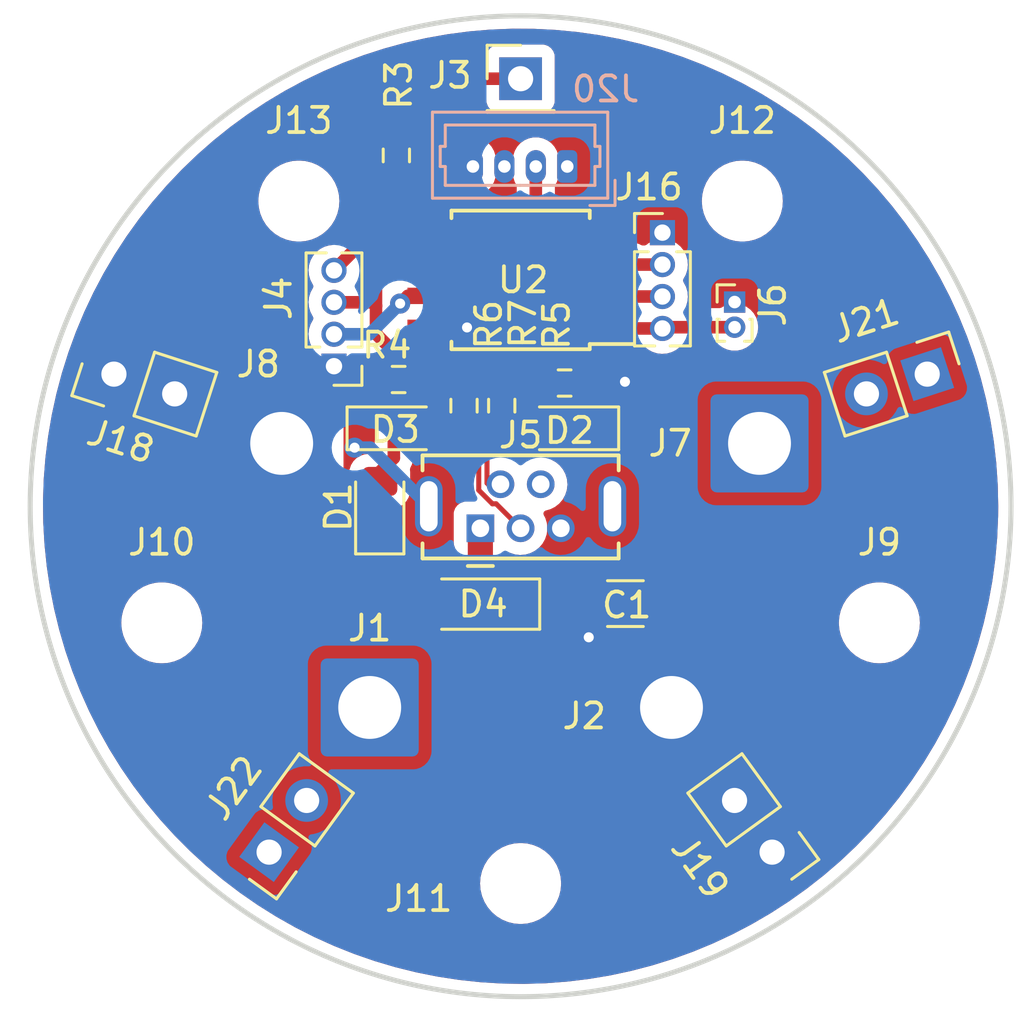
<source format=kicad_pcb>
(kicad_pcb (version 20211014) (generator pcbnew)
  (layers (0 "F.Cu" signal) (31 "B.Cu" signal) (34 "B.Paste" user) (35 "F.Paste" user) (36 "B.SilkS" user "B.Silkscreen") (37 "F.SilkS" user "F.Silkscreen") (38 "B.Mask" user) (39 "F.Mask" user) (44 "Edge.Cuts" user))
  (net 0 "")
  (net 1 "GND")
  (net 2 "+5V")
  (net 3 "Net-(J3-Pad1)")
  (net 5 "/D_N")
  (net 6 "/D_P")
  (net 7 "VBUS")
  (net 8 "B2")
  (net 9 "B0")
  (net 10 "B1")
  (net 11 "Net-(D1-Pad2)")
  (net 12 "USB_N")
  (net 13 "USB_P")
  (net 14 "RESET")
  (footprint "Connector_Wire:SolderWire-2sqmm_1x01_D2mm_OD3.9mm" (layer "F.Cu") (at 106 108)
    (fp_text reference "J2" (at -3.47 0.34) (layer "F.SilkS"))
    (fp_text value "Conn_01x01")
    (pad "1" thru_hole roundrect (at 0 0) (size 3.9 3.9) (drill 2.5) (layers *.Cu *.Mask) (roundrect_rratio 0.064103) (net 2 "+5V"))
  )
  (footprint "Connector_PinHeader_2.54mm:PinHeader_1x01_P2.54mm_Vertical" (layer "F.Cu") (at 100 83)
    (fp_text reference "J3" (at -2.81 -0.13) (layer "F.SilkS"))
    (fp_text value "Conn_01x01")
    (fp_line (start -1.33 1.27) (end -1.33 1.33) (layer "F.SilkS") (width 0.12))
    (fp_line (start 1.33 1.27) (end 1.33 1.33) (layer "F.SilkS") (width 0.12))
    (fp_line (start -1.33 1.33) (end 1.33 1.33) (layer "F.SilkS") (width 0.12))
    (fp_line (start -1.33 1.27) (end 1.33 1.27) (layer "F.SilkS") (width 0.12))
    (fp_line (start -1.33 0) (end -1.33 -1.33) (layer "F.SilkS") (width 0.12))
    (fp_line (start -1.33 -1.33) (end 0 -1.33) (layer "F.SilkS") (width 0.12))
    (pad "1" thru_hole rect locked (at 0 0) (size 1.7 1.7) (drill 1) (layers *.Cu *.Mask) (net 3 "Net-(J3-Pad1)"))
  )
  (footprint "Connector_USB:USB_Mini-B_Tensility_54-00023_Vertical" (layer "F.Cu") (at 98.4 100.875)
    (fp_text reference "J5" (at 1.6 -3.7) (layer "F.SilkS"))
    (fp_text value "USB_B_Micro")
    (fp_line (start 5.5 1.2) (end 5.5 0.6) (layer "F.SilkS") (width 0.15))
    (fp_line (start -0.5 1.5) (end 0.5 1.5) (layer "F.SilkS") (width 0.15))
    (fp_line (start -2.3 -2.3) (end -2.3 -2.9) (layer "F.SilkS") (width 0.15))
    (fp_line (start -2.3 1.2) (end 5.5 1.2) (layer "F.SilkS") (width 0.15))
    (fp_line (start -2.3 0.6) (end -2.3 1.2) (layer "F.SilkS") (width 0.15))
    (fp_line (start 5.5 -2.9) (end 5.5 -2.3) (layer "F.SilkS") (width 0.15))
    (fp_line (start -2.3 -2.9) (end 5.5 -2.9) (layer "F.SilkS") (width 0.15))
    (pad "1" thru_hole rect locked (at 0 0) (size 1.1 1.1) (drill 0.7) (layers *.Cu *.Mask) (net 7 "VBUS"))
    (pad "2" thru_hole circle locked (at 0.8 -1.75) (size 1.1 1.1) (drill 0.7) (layers *.Cu *.Mask) (net 5 "/D_N"))
    (pad "3" thru_hole circle locked (at 1.6 0) (size 1.1 1.1) (drill 0.7) (layers *.Cu *.Mask) (net 6 "/D_P"))
    (pad "4" thru_hole circle locked (at 2.4 -1.75) (size 1.1 1.1) (drill 0.7) (layers *.Cu *.Mask))
    (pad "5" thru_hole circle locked (at 3.2 0) (size 1.1 1.1) (drill 0.7) (layers *.Cu *.Mask) (net 1 "GND"))
    (pad "6" thru_hole oval locked (at 5.25 -0.875) (size 1.1 2.4) (drill oval 0.7 2) (layers *.Cu *.Mask) (net 1 "GND"))
    (pad "6" thru_hole oval locked (at -2.05 -0.875) (size 1.1 2.4) (drill oval 0.7 2) (layers *.Cu *.Mask) (net 1 "GND"))
  )
  (footprint "Resistor_SMD:R_0603_1608Metric_Pad0.98x0.95mm_HandSolder" (layer "F.Cu") (at 95.06 86.05 -90)
    (fp_text reference "R3" (at -2.8 -0.09 -270) (layer "F.SilkS"))
    (fp_text value "500")
    (fp_line (start -0.254724 0.5225) (end 0.254724 0.5225) (layer "F.SilkS") (width 0.12))
    (fp_line (start -0.254724 -0.5225) (end 0.254724 -0.5225) (layer "F.SilkS") (width 0.12))
    (pad "1" smd roundrect locked (at -0.9125 0 270) (size 0.975 0.95) (layers "F.Cu" "F.Paste" "F.Mask") (net 3 "Net-(J3-Pad1)"))
    (pad "2" smd roundrect locked (at 0.9125 0 270) (size 0.975 0.95) (layers "F.Cu" "F.Paste" "F.Mask") (net 9 "B0"))
  )
  (footprint "Resistor_SMD:R_0603_1608Metric_Pad0.98x0.95mm_HandSolder" (layer "F.Cu") (at 95.15 94.96)
    (fp_text reference "R4" (at -0.47 -1.36) (layer "F.SilkS"))
    (fp_text value "470")
    (fp_line (start -0.254724 -0.5225) (end 0.254724 -0.5225) (layer "F.SilkS") (width 0.12))
    (fp_line (start -0.254724 0.5225) (end 0.254724 0.5225) (layer "F.SilkS") (width 0.12))
    (pad "1" smd roundrect locked (at -0.9125 0) (size 0.975 0.95) (layers "F.Cu" "F.Paste" "F.Mask") (net 11 "Net-(D1-Pad2)"))
    (pad "2" smd roundrect locked (at 0.9125 0) (size 0.975 0.95) (layers "F.Cu" "F.Paste" "F.Mask") (net 10 "B1"))
  )
  (footprint "Resistor_SMD:R_0603_1608Metric_Pad0.98x0.95mm_HandSolder" (layer "F.Cu") (at 99.25 96 -90)
    (fp_text reference "R7" (at -3.26 -0.84 90) (layer "F.SilkS"))
    (fp_text value "68")
    (fp_line (start -0.254724 -0.5225) (end 0.254724 -0.5225) (layer "F.SilkS") (width 0.12))
    (fp_line (start -0.254724 0.5225) (end 0.254724 0.5225) (layer "F.SilkS") (width 0.12))
    (pad "1" smd roundrect locked (at -0.9125 0 270) (size 0.975 0.95) (layers "F.Cu" "F.Paste" "F.Mask") (net 12 "USB_N"))
    (pad "2" smd roundrect locked (at 0.9125 0 270) (size 0.975 0.95) (layers "F.Cu" "F.Paste" "F.Mask") (net 5 "/D_N"))
  )
  (footprint "Package_SO:SOIJ-8_5.3x5.3mm_P1.27mm" (layer "F.Cu") (at 100 91 180)
    (fp_text reference "U2" (at -0.1 0) (layer "F.SilkS"))
    (fp_text value "ATtiny85-20SU")
    (fp_line (start -2.75 2.755) (end -2.75 2.455) (layer "F.SilkS") (width 0.15))
    (fp_line (start -2.75 -2.55) (end -4.5 -2.55) (layer "F.SilkS") (width 0.15))
    (fp_line (start 2.75 2.755) (end 2.75 2.455) (layer "F.SilkS") (width 0.15))
    (fp_line (start -2.75 -2.755) (end 2.75 -2.755) (layer "F.SilkS") (width 0.15))
    (fp_line (start 2.75 -2.755) (end 2.75 -2.455) (layer "F.SilkS") (width 0.15))
    (fp_line (start -2.75 2.755) (end 2.75 2.755) (layer "F.SilkS") (width 0.15))
    (fp_line (start -2.75 -2.755) (end -2.75 -2.55) (layer "F.SilkS") (width 0.15))
    (pad "1" smd rect locked (at -3.65 -1.905 180) (size 1.7 0.65) (layers "F.Cu" "F.Paste" "F.Mask") (net 14 "RESET"))
    (pad "2" smd rect locked (at -3.65 -0.635 180) (size 1.7 0.65) (layers "F.Cu" "F.Paste" "F.Mask") (net 12 "USB_N"))
    (pad "3" smd rect locked (at -3.65 0.635 180) (size 1.7 0.65) (layers "F.Cu" "F.Paste" "F.Mask") (net 13 "USB_P"))
    (pad "4" smd rect locked (at -3.65 1.905 180) (size 1.7 0.65) (layers "F.Cu" "F.Paste" "F.Mask") (net 1 "GND"))
    (pad "5" smd rect locked (at 3.65 1.905 180) (size 1.7 0.65) (layers "F.Cu" "F.Paste" "F.Mask") (net 9 "B0"))
    (pad "6" smd rect locked (at 3.65 0.635 180) (size 1.7 0.65) (layers "F.Cu" "F.Paste" "F.Mask") (net 10 "B1"))
    (pad "7" smd rect locked (at 3.65 -0.635 180) (size 1.7 0.65) (layers "F.Cu" "F.Paste" "F.Mask") (net 8 "B2"))
    (pad "8" smd rect locked (at 3.65 -1.905 180) (size 1.7 0.65) (layers "F.Cu" "F.Paste" "F.Mask") (net 2 "+5V"))
  )
  (footprint "Connector_Wire:SolderWire-2sqmm_1x01_D2mm_OD3.9mm" (layer "F.Cu") (at 94 108)
    (fp_text reference "J1" (at 0 -3.15) (layer "F.SilkS"))
    (fp_text value "Conn_01x01")
    (pad "1" thru_hole roundrect (at 0 0) (size 3.9 3.9) (drill 2.5) (layers *.Cu *.Mask) (roundrect_rratio 0.064103) (net 1 "GND"))
  )
  (footprint "Connector_Wire:SolderWire-2sqmm_1x01_D2mm_OD3.9mm" (layer "F.Cu") (at 109.5 97.5)
    (fp_text reference "J7" (at -3.55 0) (layer "F.SilkS"))
    (fp_text value "Conn_01x01")
    (pad "1" thru_hole roundrect (at 0 0) (size 3.9 3.9) (drill 2.5) (layers *.Cu *.Mask) (roundrect_rratio 0.064103) (net 1 "GND"))
  )
  (footprint "MountingHole:MountingHole_2.2mm_M2" (layer "F.Cu") (at 100 115)
    (fp_text reference "J11" (at -4.05 0.6) (layer "F.SilkS"))
    (fp_text value "Conn_01x01")
    (pad "" np_thru_hole circle locked (at 0 0) (size 2.2 2.2) (drill 2.2) (layers *.Cu *.Mask))
  )
  (footprint "MountingHole:MountingHole_2.2mm_M2" (layer "F.Cu") (at 108.817 87.865)
    (fp_text reference "J12" (at 0 -3.2) (layer "F.SilkS"))
    (fp_text value "Conn_01x01")
    (pad "" np_thru_hole circle locked (at 0 0) (size 2.2 2.2) (drill 2.2) (layers F&B.Cu *.Mask))
  )
  (footprint "MountingHole:MountingHole_2.2mm_M2" (layer "F.Cu") (at 91.183 87.865)
    (fp_text reference "J13" (at 0 -3.2) (layer "F.SilkS"))
    (fp_text value "Conn_01x01")
    (pad "" np_thru_hole circle locked (at 0 0) (size 2.2 2.2) (drill 2.2) (layers *.Cu *.Mask))
  )
  (footprint "MountingHole:MountingHole_2.2mm_M2" (layer "F.Cu") (at 114.266 104.635)
    (fp_text reference "J9" (at 0 -3.2) (layer "F.SilkS"))
    (fp_text value "Conn_01x01")
    (pad "" np_thru_hole circle locked (at 0 0) (size 2.2 2.2) (drill 2.2) (layers *.Cu *.Mask))
  )
  (footprint "MountingHole:MountingHole_2.2mm_M2" (layer "F.Cu") (at 85.734 104.635)
    (fp_text reference "J10" (at 0 -3.2) (layer "F.SilkS"))
    (fp_text value "Conn_01x01")
    (pad "" np_thru_hole circle locked (at 0 0) (size 2.2 2.2) (drill 2.2) (layers *.Cu *.Mask))
  )
  (footprint "Capacitor_SMD:C_1206_3216Metric_Pad1.33x1.80mm_HandSolder" (layer "F.Cu") (at 104.1675 103.87)
    (fp_text reference "C1" (at 0.0525 0.06) (layer "F.SilkS"))
    (fp_text value "10uF")
    (fp_line (start -0.711252 -0.91) (end 0.711252 -0.91) (layer "F.SilkS") (width 0.12))
    (fp_line (start -0.711252 0.91) (end 0.711252 0.91) (layer "F.SilkS") (width 0.12))
    (pad "1" smd roundrect (at -1.5625 0) (size 1.325 1.8) (layers "F.Cu" "F.Paste" "F.Mask") (roundrect_rratio 0.188679) (net 2 "+5V"))
    (pad "2" smd roundrect (at 1.5625 0) (size 1.325 1.8) (layers "F.Cu" "F.Paste" "F.Mask") (roundrect_rratio 0.188679) (net 1 "GND"))
  )
  (footprint "Diode_SMD:D_SOD-323_HandSoldering" (layer "F.Cu") (at 102 96.9 180)
    (fp_text reference "D2" (at 0.06 -0.09 180) (layer "F.SilkS"))
    (fp_text value "3.6V")
    (fp_line (start -1.9 0.85) (end 1.25 0.85) (layer "F.SilkS") (width 0.12))
    (fp_line (start -1.9 -0.85) (end 1.25 -0.85) (layer "F.SilkS") (width 0.12))
    (fp_line (start -1.9 -0.85) (end -1.9 0.85) (layer "F.SilkS") (width 0.12))
    (pad "1" smd rect (at -1.25 0 180) (size 1 1) (layers "F.Cu" "F.Paste" "F.Mask") (net 1 "GND"))
    (pad "2" smd rect (at 1.25 0 180) (size 1 1) (layers "F.Cu" "F.Paste" "F.Mask") (net 5 "/D_N"))
  )
  (footprint "Diode_SMD:D_SOD-323_HandSoldering" (layer "F.Cu") (at 95 96.9)
    (fp_text reference "D3" (at 0.02 0.05) (layer "F.SilkS"))
    (fp_text value "3.6V")
    (fp_line (start -1.9 -0.85) (end -1.9 0.85) (layer "F.SilkS") (width 0.12))
    (fp_line (start -1.9 -0.85) (end 1.25 -0.85) (layer "F.SilkS") (width 0.12))
    (fp_line (start -1.9 0.85) (end 1.25 0.85) (layer "F.SilkS") (width 0.12))
    (pad "1" smd rect (at -1.25 0) (size 1 1) (layers "F.Cu" "F.Paste" "F.Mask") (net 1 "GND"))
    (pad "2" smd rect (at 1.25 0) (size 1 1) (layers "F.Cu" "F.Paste" "F.Mask") (net 6 "/D_P"))
  )
  (footprint "LED_SMD:LED_0805_2012Metric_Pad1.15x1.40mm_HandSolder" (layer "F.Cu") (at 94.4 100.035 90)
    (fp_text reference "D1" (at 0 -1.65 90) (layer "F.SilkS"))
    (fp_text value "LED")
    (fp_line (start 1 -0.96) (end -1.86 -0.96) (layer "F.SilkS") (width 0.12))
    (fp_line (start -1.86 -0.96) (end -1.86 0.96) (layer "F.SilkS") (width 0.12))
    (fp_line (start -1.86 0.96) (end 1 0.96) (layer "F.SilkS") (width 0.12))
    (pad "1" smd roundrect locked (at -1.025 0 90) (size 1.15 1.4) (layers "F.Cu" "F.Paste" "F.Mask") (roundrect_rratio 0.217391) (net 1 "GND"))
    (pad "2" smd roundrect locked (at 1.025 0 90) (size 1.15 1.4) (layers "F.Cu" "F.Paste" "F.Mask") (roundrect_rratio 0.217391) (net 11 "Net-(D1-Pad2)"))
  )
  (footprint "Diode_SMD:D_SOD-123" (layer "F.Cu") (at 98.51 103.89 180)
    (fp_text reference "D4" (at 0 0) (layer "F.SilkS"))
    (fp_text value "D_Schottky")
    (fp_line (start -2.25 1) (end 1.65 1) (layer "F.SilkS") (width 0.12))
    (fp_line (start -2.25 -1) (end -2.25 1) (layer "F.SilkS") (width 0.12))
    (fp_line (start -2.25 -1) (end 1.65 -1) (layer "F.SilkS") (width 0.12))
    (pad "1" smd rect locked (at -1.65 0 180) (size 0.9 1.2) (layers "F.Cu" "F.Paste" "F.Mask") (net 2 "+5V"))
    (pad "2" smd rect locked (at 1.65 0 180) (size 0.9 1.2) (layers "F.Cu" "F.Paste" "F.Mask") (net 7 "VBUS"))
  )
  (footprint "Connector_PinHeader_1.00mm:PinHeader_1x02_P1.00mm_Vertical" (layer "F.Cu") (at 108.51 91.88)
    (fp_text reference "J6" (at 1.51 0.11 270) (layer "F.SilkS"))
    (fp_text value "Conn_01x02")
    (fp_line (start -0.695 1.56) (end -0.394493 1.56) (layer "F.SilkS") (width 0.12))
    (fp_line (start -0.695 0) (end -0.695 -0.685) (layer "F.SilkS") (width 0.12))
    (fp_line (start -0.695 0.685) (end -0.608276 0.685) (layer "F.SilkS") (width 0.12))
    (fp_line (start -0.695 0.685) (end -0.695 1.56) (layer "F.SilkS") (width 0.12))
    (fp_line (start 0.394493 1.56) (end 0.695 1.56) (layer "F.SilkS") (width 0.12))
    (fp_line (start 0.608276 0.685) (end 0.695 0.685) (layer "F.SilkS") (width 0.12))
    (fp_line (start -0.695 -0.685) (end 0 -0.685) (layer "F.SilkS") (width 0.12))
    (fp_line (start 0.695 0.685) (end 0.695 1.56) (layer "F.SilkS") (width 0.12))
    (pad "1" thru_hole rect (at 0 0) (size 0.85 0.85) (drill 0.5) (layers *.Cu *.Mask) (net 1 "GND"))
    (pad "2" thru_hole oval (at 0 1) (size 0.85 0.85) (drill 0.5) (layers *.Cu *.Mask) (net 14 "RESET"))
  )
  (footprint "Connector_PinHeader_1.27mm:PinHeader_1x04_P1.27mm_Vertical" (layer "F.Cu") (at 92.58 94.43 180)
    (fp_text reference "J4" (at 2.21 2.7 90) (layer "F.SilkS"))
    (fp_text value "Conn_01x04")
    (fp_line (start 0.563471 0.76) (end 1.11 0.76) (layer "F.SilkS") (width 0.12))
    (fp_line (start -1.11 -0.76) (end 0 -0.76) (layer "F.SilkS") (width 0.12))
    (fp_line (start 0.30753 4.505) (end 1.11 4.505) (layer "F.SilkS") (width 0.12))
    (fp_line (start -1.11 0) (end -1.11 -0.76) (layer "F.SilkS") (width 0.12))
    (fp_line (start -1.11 4.505) (end -0.30753 4.505) (layer "F.SilkS") (width 0.12))
    (fp_line (start 1.11 0.76) (end 1.11 4.505) (layer "F.SilkS") (width 0.12))
    (fp_line (start -1.11 0.76) (end -0.563471 0.76) (layer "F.SilkS") (width 0.12))
    (fp_line (start -1.11 0.76) (end -1.11 4.505) (layer "F.SilkS") (width 0.12))
    (pad "1" thru_hole rect (at 0 0 180) (size 1 1) (drill 0.65) (layers *.Cu *.Mask) (net 2 "+5V"))
    (pad "2" thru_hole oval (at 0 1.27 180) (size 1 1) (drill 0.65) (layers *.Cu *.Mask) (net 8 "B2"))
    (pad "3" thru_hole oval (at 0 2.54 180) (size 1 1) (drill 0.65) (layers *.Cu *.Mask) (net 10 "B1"))
    (pad "4" thru_hole oval (at 0 3.81 180) (size 1 1) (drill 0.65) (layers *.Cu *.Mask) (net 9 "B0"))
  )
  (footprint "Connector_PinHeader_1.27mm:PinHeader_1x04_P1.27mm_Vertical" (layer "F.Cu") (at 105.64 89.12)
    (fp_text reference "J16" (at -0.53 -1.81) (layer "F.SilkS"))
    (fp_text value "Conn_01x04")
    (fp_line (start -1.11 -0.76) (end 0 -0.76) (layer "F.SilkS") (width 0.12))
    (fp_line (start -1.11 0.76) (end -0.563471 0.76) (layer "F.SilkS") (width 0.12))
    (fp_line (start -1.11 0) (end -1.11 -0.76) (layer "F.SilkS") (width 0.12))
    (fp_line (start -1.11 0.76) (end -1.11 4.505) (layer "F.SilkS") (width 0.12))
    (fp_line (start 1.11 0.76) (end 1.11 4.505) (layer "F.SilkS") (width 0.12))
    (fp_line (start -1.11 4.505) (end -0.30753 4.505) (layer "F.SilkS") (width 0.12))
    (fp_line (start 0.30753 4.505) (end 1.11 4.505) (layer "F.SilkS") (width 0.12))
    (fp_line (start 0.563471 0.76) (end 1.11 0.76) (layer "F.SilkS") (width 0.12))
    (pad "1" thru_hole rect (at 0 0) (size 1 1) (drill 0.65) (layers *.Cu *.Mask) (net 1 "GND"))
    (pad "2" thru_hole oval (at 0 1.27) (size 1 1) (drill 0.65) (layers *.Cu *.Mask) (net 13 "USB_P"))
    (pad "3" thru_hole oval (at 0 2.54) (size 1 1) (drill 0.65) (layers *.Cu *.Mask) (net 12 "USB_N"))
    (pad "4" thru_hole oval (at 0 3.81) (size 1 1) (drill 0.65) (layers *.Cu *.Mask) (net 14 "RESET"))
  )
  (footprint "Resistor_SMD:R_0603_1608Metric_Pad0.98x0.95mm_HandSolder" (layer "F.Cu") (at 97.75 96 -90)
    (fp_text reference "R6" (at -3.22 -0.98 90) (layer "F.SilkS"))
    (fp_text value "68")
    (fp_line (start -0.254724 -0.5225) (end 0.254724 -0.5225) (layer "F.SilkS") (width 0.12))
    (fp_line (start -0.254724 0.5225) (end 0.254724 0.5225) (layer "F.SilkS") (width 0.12))
    (pad "1" smd roundrect locked (at -0.9125 0 270) (size 0.975 0.95) (layers "F.Cu" "F.Paste" "F.Mask") (net 13 "USB_P"))
    (pad "2" smd roundrect locked (at 0.9125 0 270) (size 0.975 0.95) (layers "F.Cu" "F.Paste" "F.Mask") (net 6 "/D_P"))
  )
  (footprint "Resistor_SMD:R_0603_1608Metric_Pad0.98x0.95mm_HandSolder" (layer "F.Cu") (at 101.75 95.1 180)
    (fp_text reference "R5" (at 0.32 2.3 90) (layer "F.SilkS"))
    (fp_text value "1.5K")
    (fp_line (start -0.254724 -0.5225) (end 0.254724 -0.5225) (layer "F.SilkS") (width 0.12))
    (fp_line (start -0.254724 0.5225) (end 0.254724 0.5225) (layer "F.SilkS") (width 0.12))
    (pad "1" smd roundrect locked (at -0.9125 0 180) (size 0.975 0.95) (layers "F.Cu" "F.Paste" "F.Mask") (net 2 "+5V"))
    (pad "2" smd roundrect locked (at 0.9125 0 180) (size 0.975 0.95) (layers "F.Cu" "F.Paste" "F.Mask") (net 5 "/D_N"))
  )
  (footprint "Connector_PinHeader_2.54mm:PinHeader_1x02_P2.54mm_Vertical" (layer "F.Cu") (at 83.83 94.7467 72)
    (fp_text reference "J18" (at -2.459025 1.08288 162) (layer "F.SilkS"))
    (fp_text value "Conn_01x02")
    (fp_line (start -1.33 1.27) (end -1.33 3.87) (layer "F.SilkS") (width 0.12))
    (fp_line (start -1.33 1.27) (end 1.33 1.27) (layer "F.SilkS") (width 0.12))
    (fp_line (start -1.33 3.87) (end 1.33 3.87) (layer "F.SilkS") (width 0.12))
    (fp_line (start -1.33 -1.33) (end 0 -1.33) (layer "F.SilkS") (width 0.12))
    (fp_line (start 1.33 1.27) (end 1.33 3.87) (layer "F.SilkS") (width 0.12))
    (fp_line (start -1.33 0) (end -1.33 -1.33) (layer "F.SilkS") (width 0.12))
    (pad "1" thru_hole rect locked (at 0 0 72) (size 1.7 1.7) (drill 1) (layers *.Cu *.Mask) (net 2 "+5V"))
    (pad "2" thru_hole oval locked (at 0 2.54 72) (size 1.7 1.7) (drill 1) (layers *.Cu *.Mask) (net 2 "+5V"))
  )
  (footprint "Connector_PinHeader_2.54mm:PinHeader_1x02_P2.54mm_Vertical" (layer "F.Cu") (at 90 113.753 144)
    (fp_text reference "J22" (at 2.64133 1.236643 234) (layer "F.SilkS"))
    (fp_text value "Conn_01x02")
    (fp_line (start -1.33 0) (end -1.33 -1.33) (layer "F.SilkS") (width 0.12))
    (fp_line (start -1.33 -1.33) (end 0 -1.33) (layer "F.SilkS") (width 0.12))
    (fp_line (start -1.33 3.87) (end 1.33 3.87) (layer "F.SilkS") (width 0.12))
    (fp_line (start 1.33 1.27) (end 1.33 3.87) (layer "F.SilkS") (width 0.12))
    (fp_line (start -1.33 1.27) (end -1.33 3.87) (layer "F.SilkS") (width 0.12))
    (fp_line (start -1.33 1.27) (end 1.33 1.27) (layer "F.SilkS") (width 0.12))
    (pad "1" thru_hole rect locked (at 0 0 144) (size 1.7 1.7) (drill 1) (layers *.Cu *.Mask) (net 1 "GND"))
    (pad "2" thru_hole oval locked (at 0 2.54 144) (size 1.7 1.7) (drill 1) (layers *.Cu *.Mask) (net 1 "GND"))
  )
  (footprint "Connector_PinHeader_2.54mm:PinHeader_1x02_P2.54mm_Vertical" (layer "F.Cu") (at 110 113.753 -144)
    (fp_text reference "J19" (at 2.678664 1.19587 126) (layer "F.SilkS"))
    (fp_text value "Conn_01x02")
    (fp_line (start -1.33 1.27) (end -1.33 3.87) (layer "F.SilkS") (width 0.12))
    (fp_line (start -1.33 0) (end -1.33 -1.33) (layer "F.SilkS") (width 0.12))
    (fp_line (start -1.33 1.27) (end 1.33 1.27) (layer "F.SilkS") (width 0.12))
    (fp_line (start -1.33 -1.33) (end 0 -1.33) (layer "F.SilkS") (width 0.12))
    (fp_line (start -1.33 3.87) (end 1.33 3.87) (layer "F.SilkS") (width 0.12))
    (fp_line (start 1.33 1.27) (end 1.33 3.87) (layer "F.SilkS") (width 0.12))
    (pad "1" thru_hole rect locked (at 0 0 216) (size 1.7 1.7) (drill 1) (layers *.Cu *.Mask) (net 2 "+5V"))
    (pad "2" thru_hole oval locked (at 0 2.54 216) (size 1.7 1.7) (drill 1) (layers *.Cu *.Mask) (net 2 "+5V"))
  )
  (footprint "Connector_PinHeader_2.54mm:PinHeader_1x02_P2.54mm_Vertical" (layer "F.Cu") (at 116.1679 94.7467 -72)
    (fp_text reference "J21" (at -2.779055 1.670905 198) (layer "F.SilkS"))
    (fp_text value "Conn_01x02")
    (fp_line (start -1.33 -1.33) (end 0 -1.33) (layer "F.SilkS") (width 0.12))
    (fp_line (start 1.33 1.27) (end 1.33 3.87) (layer "F.SilkS") (width 0.12))
    (fp_line (start -1.33 3.87) (end 1.33 3.87) (layer "F.SilkS") (width 0.12))
    (fp_line (start -1.33 1.27) (end 1.33 1.27) (layer "F.SilkS") (width 0.12))
    (fp_line (start -1.33 0) (end -1.33 -1.33) (layer "F.SilkS") (width 0.12))
    (fp_line (start -1.33 1.27) (end -1.33 3.87) (layer "F.SilkS") (width 0.12))
    (pad "1" thru_hole rect locked (at 0 0 288) (size 1.7 1.7) (drill 1) (layers *.Cu *.Mask) (net 1 "GND"))
    (pad "2" thru_hole oval locked (at 0 2.54 288) (size 1.7 1.7) (drill 1) (layers *.Cu *.Mask) (net 1 "GND"))
  )
  (footprint "Connector_Wire:SolderWire-2sqmm_1x01_D2mm_OD3.9mm" (layer "F.Cu") (at 90.5 97.5)
    (fp_text reference "J8" (at -0.93 -3.15) (layer "F.SilkS"))
    (fp_text value "Conn_01x01")
    (pad "1" thru_hole roundrect (at 0 0) (size 3.9 3.9) (drill 2.5) (layers *.Cu *.Mask) (roundrect_rratio 0.064103) (net 2 "+5V"))
  )
  (footprint "Connector_Molex:Molex_PicoBlade_53047-0410_1x04_P1.25mm_Vertical" (layer "B.Cu") (at 101.855 86.49 180)
    (fp_text reference "J20" (at -1.525 3.08) (layer "B.SilkS") (effects (justify mirror)))
    (fp_text value "Conn_01x04")
    (fp_line (start -1.1 0.8) (end -1.1 1.65) (layer "B.SilkS") (width 0.12))
    (fp_line (start -1.61 2.16) (end -1.61 -1.26) (layer "B.SilkS") (width 0.12))
    (fp_line (start 4.85 0.8) (end 4.85 1.65) (layer "B.SilkS") (width 0.12))
    (fp_line (start -1.1 -0.75) (end -1.1 0) (layer "B.SilkS") (width 0.12))
    (fp_line (start 4.85 1.65) (end 1.875 1.65) (layer "B.SilkS") (width 0.12))
    (fp_line (start -1.9 -1.55) (end -0.9 -1.55) (layer "B.SilkS") (width 0.12))
    (fp_line (start -1.1 1.65) (end 1.875 1.65) (layer "B.SilkS") (width 0.12))
    (fp_line (start 4.85 -0.75) (end 4.85 0) (layer "B.SilkS") (width 0.12))
    (fp_line (start -1.9 -1.55) (end -1.9 -0.55) (layer "B.SilkS") (width 0.12))
    (fp_line (start 5.05 0.8) (end 4.85 0.8) (layer "B.SilkS") (width 0.12))
    (fp_line (start 4.85 0) (end 5.05 0) (layer "B.SilkS") (width 0.12))
    (fp_line (start 5.36 -1.26) (end 5.36 2.16) (layer "B.SilkS") (width 0.12))
    (fp_line (start 1.875 -0.75) (end -1.1 -0.75) (layer "B.SilkS") (width 0.12))
    (fp_line (start -1.3 0.8) (end -1.1 0.8) (layer "B.SilkS") (width 0.12))
    (fp_line (start -1.1 0) (end -1.3 0) (layer "B.SilkS") (width 0.12))
    (fp_line (start -1.3 0) (end -1.3 0.8) (layer "B.SilkS") (width 0.12))
    (fp_line (start 1.875 -0.75) (end 4.85 -0.75) (layer "B.SilkS") (width 0.12))
    (fp_line (start 5.05 0) (end 5.05 0.8) (layer "B.SilkS") (width 0.12))
    (fp_line (start -1.61 -1.26) (end 5.36 -1.26) (layer "B.SilkS") (width 0.12))
    (fp_line (start 5.36 2.16) (end -1.61 2.16) (layer "B.SilkS") (width 0.12))
    (pad "1" thru_hole roundrect (at 0 0 180) (size 0.8 1.3) (drill 0.5) (layers *.Cu *.Mask) (net 1 "GND"))
    (pad "2" thru_hole oval (at 1.25 0 180) (size 0.8 1.3) (drill 0.5) (layers *.Cu *.Mask) (net 8 "B2"))
    (pad "3" thru_hole oval (at 2.5 0 180) (size 0.8 1.3) (drill 0.5) (layers *.Cu *.Mask) (net 1 "GND"))
    (pad "4" thru_hole oval (at 3.75 0 180) (size 0.8 1.3) (drill 0.5) (layers *.Cu *.Mask) (net 2 "+5V"))
  )
  (gr_circle locked (center 100 100) (end 119.5 100) (layer "Edge.Cuts") (width 0.2) (fill none))
  (segment (start 105.73 103.87) (end 105.73 102.08) (width 1) (layer "F.Cu") (net 1))
  (segment (start 103.65 89.095) (end 105.615 89.095) (width 0.5) (layer "F.Cu") (net 1))
  (segment (start 102.775 100.875) (end 103.65 100) (width 1) (layer "F.Cu") (net 1))
  (segment (start 93.75 97.32) (end 93.4 97.67) (width 0.5) (layer "F.Cu") (net 1))
  (segment (start 105.615 89.095) (end 105.64 89.12) (width 0.5) (layer "F.Cu") (net 1))
  (segment (start 93.75 96.9) (end 93.75 97.32) (width 0.5) (layer "F.Cu") (net 1))
  (segment (start 95.29 101.06) (end 96.35 100) (width 1) (layer "F.Cu") (net 1))
  (segment (start 101.6 100.875) (end 102.775 100.875) (width 1) (layer "F.Cu") (net 1))
  (segment (start 94.4 101.06) (end 95.29 101.06) (width 1) (layer "F.Cu") (net 1))
  (segment (start 105.73 102.08) (end 103.65 100) (width 1) (layer "F.Cu") (net 1))
  (via (at 93.4 97.67) (size 0.8) (drill 0.4) (layers "F.Cu" "B.Cu") (net 1))
  (segment (start 94.02 97.67) (end 96.35 100) (width 0.5) (layer "B.Cu") (net 1))
  (segment (start 93.4 97.67) (end 94.02 97.67) (width 0.5) (layer "B.Cu") (net 1))
  (segment (start 97.855 92.905) (end 97.87 92.89) (width 0.5) (layer "F.Cu") (net 2))
  (segment (start 102.605 105.105) (end 102.71 105.21) (width 1) (layer "F.Cu") (net 2))
  (segment (start 102.585 103.89) (end 102.605 103.87) (width 1) (layer "F.Cu") (net 2))
  (segment (start 102.6625 95.1) (end 104.1 95.1) (width 0.5) (layer "F.Cu") (net 2))
  (segment (start 96.35 92.905) (end 97.855 92.905) (width 0.5) (layer "F.Cu") (net 2))
  (segment (start 102.605 103.87) (end 102.605 105.105) (width 1) (layer "F.Cu") (net 2))
  (segment (start 104.1 95.1) (end 104.15 95.05) (width 0.5) (layer "F.Cu") (net 2))
  (segment (start 100.16 103.89) (end 102.585 103.89) (width 1) (layer "F.Cu") (net 2))
  (via (at 97.87 92.89) (size 0.8) (drill 0.4) (layers "F.Cu" "B.Cu") (net 2))
  (via (at 102.71 105.21) (size 0.8) (drill 0.4) (layers "F.Cu" "B.Cu") (net 2))
  (via (at 104.15 95.05) (size 0.8) (drill 0.4) (layers "F.Cu" "B.Cu") (net 2))
  (segment (start 104.15 95.05) (end 106 96.9) (width 0.5) (layer "B.Cu") (net 2))
  (segment (start 102.71 105.21) (end 103.21 105.21) (width 1) (layer "B.Cu") (net 2))
  (segment (start 96.33 94.43) (end 92.58 94.43) (width 0.5) (layer "B.Cu") (net 2))
  (segment (start 103.21 105.21) (end 106 108) (width 1) (layer "B.Cu") (net 2))
  (segment (start 97.87 92.89) (end 96.33 94.43) (width 0.5) (layer "B.Cu") (net 2))
  (segment (start 106 96.9) (end 106 108) (width 0.5) (layer "B.Cu") (net 2))
  (segment (start 95.06 85.1375) (end 97.1975 83) (width 0.5) (layer "F.Cu") (net 3))
  (segment (start 97.1975 83) (end 100 83) (width 0.5) (layer "F.Cu") (net 3))
  (segment (start 98.6635 97.499) (end 99.25 96.9125) (width 0.2) (layer "F.Cu") (net 5))
  (segment (start 98.712448 99.125) (end 98.6635 99.076052) (width 0.2) (layer "F.Cu") (net 5))
  (segment (start 99.2 99.125) (end 99.025 99.125) (width 0.2) (layer "F.Cu") (net 5))
  (segment (start 99.2 99.125) (end 98.886397 99.125) (width 0.2) (layer "F.Cu") (net 5))
  (segment (start 100.75 96.9) (end 99.2625 96.9) (width 0.5) (layer "F.Cu") (net 5))
  (segment (start 99.2 99.125) (end 98.712448 99.125) (width 0.2) (layer "F.Cu") (net 5))
  (segment (start 100.8375 96.8125) (end 100.75 96.9) (width 0.5) (layer "F.Cu") (net 5))
  (segment (start 98.6635 99.076052) (end 98.6635 97.499) (width 0.2) (layer "F.Cu") (net 5))
  (segment (start 99.25 96.9125) (end 99.1875 96.9125) (width 0.2) (layer "F.Cu") (net 5))
  (segment (start 99.2625 96.9) (end 99.25 96.9125) (width 0.5) (layer "F.Cu") (net 5))
  (segment (start 100.8375 95.1) (end 100.8375 96.8125) (width 0.5) (layer "F.Cu") (net 5))
  (segment (start 99.2 99.125) (end 98.875 99.125) (width 0.2) (layer "F.Cu") (net 5))
  (segment (start 99.2 99.125) (end 98.825 99.125) (width 0.2) (layer "F.Cu") (net 5))
  (segment (start 99.027 99.902) (end 98.878156 99.902) (width 0.2) (layer "F.Cu") (net 6))
  (segment (start 98.3365 99.360344) (end 98.3365 97.499) (width 0.2) (layer "F.Cu") (net 6))
  (segment (start 98.3365 97.499) (end 97.75 96.9125) (width 0.2) (layer "F.Cu") (net 6))
  (segment (start 100 100.875) (end 99.027 99.902) (width 0.2) (layer "F.Cu") (net 6))
  (segment (start 96.25 96.9) (end 97.7375 96.9) (width 0.5) (layer "F.Cu") (net 6))
  (segment (start 98.878156 99.902) (end 98.3365 99.360344) (width 0.2) (layer "F.Cu") (net 6))
  (segment (start 97.7375 96.9) (end 97.75 96.9125) (width 0.5) (layer "F.Cu") (net 6))
  (segment (start 98.4 100.875) (end 98.4 102.35) (width 1) (layer "F.Cu") (net 7))
  (segment (start 98.4 102.35) (end 96.86 103.89) (width 1) (layer "F.Cu") (net 7))
  (segment (start 100.605 86.49) (end 100.605 88.545) (width 0.5) (layer "F.Cu") (net 8))
  (segment (start 96.35 91.635) (end 95.515 91.635) (width 0.5) (layer "F.Cu") (net 8))
  (segment (start 96.35 91.635) (end 97.515 91.635) (width 0.5) (layer "F.Cu") (net 8))
  (segment (start 95.515 91.635) (end 95.21 91.94) (width 0.5) (layer "F.Cu") (net 8))
  (segment (start 100.605 88.545) (end 97.515 91.635) (width 0.5) (layer "F.Cu") (net 8))
  (via (at 95.21 91.94) (size 0.8) (drill 0.4) (layers "F.Cu" "B.Cu") (net 8))
  (segment (start 93.99 93.16) (end 92.58 93.16) (width 0.5) (layer "B.Cu") (net 8))
  (segment (start 95.21 91.94) (end 93.99 93.16) (width 0.5) (layer "B.Cu") (net 8))
  (segment (start 95.06 86.9625) (end 95.06 87.805) (width 0.5) (layer "F.Cu") (net 9))
  (segment (start 95.06 87.805) (end 96.35 89.095) (width 0.5) (layer "F.Cu") (net 9))
  (segment (start 92.58 90.62) (end 94.105 89.095) (width 0.5) (layer "F.Cu") (net 9))
  (segment (start 94.105 89.095) (end 96.35 89.095) (width 0.5) (layer "F.Cu") (net 9))
  (segment (start 94.25 91.23) (end 94.25 92.03) (width 0.5) (layer "F.Cu") (net 10))
  (segment (start 94.11 91.89) (end 94.25 92.03) (width 0.5) (layer "F.Cu") (net 10))
  (segment (start 94.25 92.03) (end 94.25 93.1475) (width 0.5) (layer "F.Cu") (net 10))
  (segment (start 92.58 91.89) (end 94.11 91.89) (width 0.5) (layer "F.Cu") (net 10))
  (segment (start 96.35 90.365) (end 95.115 90.365) (width 0.5) (layer "F.Cu") (net 10))
  (segment (start 94.25 93.1475) (end 96.0625 94.96) (width 0.5) (layer "F.Cu") (net 10))
  (segment (start 95.115 90.365) (end 94.25 91.23) (width 0.5) (layer "F.Cu") (net 10))
  (segment (start 94.2375 94.96) (end 94.2375 94.9975) (width 0.5) (layer "F.Cu") (net 11))
  (segment (start 94.2375 94.9975) (end 94.96 95.72) (width 0.5) (layer "F.Cu") (net 11))
  (segment (start 94.4 98.64) (end 94.4 99.01) (width 0.5) (layer "F.Cu") (net 11))
  (segment (start 94.96 95.72) (end 94.96 98.08) (width 0.5) (layer "F.Cu") (net 11))
  (segment (start 94.96 98.08) (end 94.4 98.64) (width 0.5) (layer "F.Cu") (net 11))
  (segment (start 103.125 91.635) (end 103.65 91.635) (width 0.25) (layer "F.Cu") (net 12))
  (segment (start 99.25 95.0875) (end 99.25 94.120659) (width 0.25) (layer "F.Cu") (net 12))
  (segment (start 102.6785 91.1885) (end 103.125 91.635) (width 0.25) (layer "F.Cu") (net 12))
  (segment (start 105.64 91.66) (end 103.675 91.66) (width 0.5) (layer "F.Cu") (net 12))
  (segment (start 99.25 94.120659) (end 102.182159 91.1885) (width 0.25) (layer "F.Cu") (net 12))
  (segment (start 102.182159 91.1885) (end 102.6785 91.1885) (width 0.25) (layer "F.Cu") (net 12))
  (segment (start 103.675 91.66) (end 103.65 91.635) (width 0.5) (layer "F.Cu") (net 12))
  (segment (start 97.75 95.0875) (end 102.026 90.8115) (width 0.25) (layer "F.Cu") (net 13))
  (segment (start 105.64 90.39) (end 103.675 90.39) (width 0.5) (layer "F.Cu") (net 13))
  (segment (start 103.675 90.39) (end 103.65 90.365) (width 0.5) (layer "F.Cu") (net 13))
  (segment (start 103.125 90.365) (end 103.65 90.365) (width 0.25) (layer "F.Cu") (net 13))
  (segment (start 102.026 90.8115) (end 102.6785 90.8115) (width 0.25) (layer "F.Cu") (net 13))
  (segment (start 102.6785 90.8115) (end 103.125 90.365) (width 0.25) (layer "F.Cu") (net 13))
  (segment (start 108.51 92.88) (end 105.69 92.88) (width 0.5) (layer "F.Cu") (net 14))
  (segment (start 105.64 92.93) (end 103.675 92.93) (width 0.5) (layer "F.Cu") (net 14))
  (segment (start 103.675 92.93) (end 103.65 92.905) (width 0.5) (layer "F.Cu") (net 14))
  (segment (start 105.69 92.88) (end 105.64 92.93) (width 0.5) (layer "F.Cu") (net 14))
  (zone (net 1) (net_name "GND") (layer "F.Cu") (connect_pads yes (clearance 0.508)) (min_thickness 0.254) (fill yes (thermal_gap 0.508) (thermal_bridge_width 0.508))
    (polygon (pts (xy 114.31 84.4) (xy 119.81 94.7) (xy 119.94 107.2) (xy 116.19 113.19) (xy 104.98 120.24) (xy 93.99 120.2) (xy 82.46 113.61) (xy 79.3 97.08) (xy 83.6 86.69) (xy 94.95 79.92) (xy 105.66 79.87)))
  )
  (zone (net 2) (net_name "+5V") (layer "B.Cu") (connect_pads yes (clearance 0.508)) (min_thickness 0.254) (fill yes (thermal_gap 0.508) (thermal_bridge_width 0.508))
    (polygon (pts (xy 114.22 84.51) (xy 119.75 94.44) (xy 120.03 107.08) (xy 116.41 113.25) (xy 104.88 120.39) (xy 93.62 119.75) (xy 82.09 113.25) (xy 79.39 97.1) (xy 83 86.84) (xy 95.08 80.16) (xy 105.93 80.07)))
  )
)
</source>
